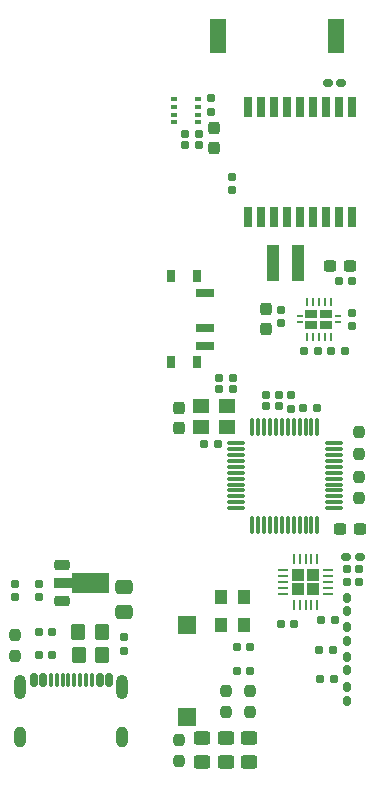
<source format=gbr>
%TF.GenerationSoftware,KiCad,Pcbnew,8.0.1*%
%TF.CreationDate,2024-07-18T12:12:42-04:00*%
%TF.ProjectId,Tiny4FSK,54696e79-3446-4534-9b2e-6b696361645f,rev?*%
%TF.SameCoordinates,Original*%
%TF.FileFunction,Paste,Top*%
%TF.FilePolarity,Positive*%
%FSLAX46Y46*%
G04 Gerber Fmt 4.6, Leading zero omitted, Abs format (unit mm)*
G04 Created by KiCad (PCBNEW 8.0.1) date 2024-07-18 12:12:42*
%MOMM*%
%LPD*%
G01*
G04 APERTURE LIST*
G04 Aperture macros list*
%AMRoundRect*
0 Rectangle with rounded corners*
0 $1 Rounding radius*
0 $2 $3 $4 $5 $6 $7 $8 $9 X,Y pos of 4 corners*
0 Add a 4 corners polygon primitive as box body*
4,1,4,$2,$3,$4,$5,$6,$7,$8,$9,$2,$3,0*
0 Add four circle primitives for the rounded corners*
1,1,$1+$1,$2,$3*
1,1,$1+$1,$4,$5*
1,1,$1+$1,$6,$7*
1,1,$1+$1,$8,$9*
0 Add four rect primitives between the rounded corners*
20,1,$1+$1,$2,$3,$4,$5,0*
20,1,$1+$1,$4,$5,$6,$7,0*
20,1,$1+$1,$6,$7,$8,$9,0*
20,1,$1+$1,$8,$9,$2,$3,0*%
%AMFreePoly0*
4,1,9,3.862500,-0.866500,0.737500,-0.866500,0.737500,-0.450000,-0.737500,-0.450000,-0.737500,0.450000,0.737500,0.450000,0.737500,0.866500,3.862500,0.866500,3.862500,-0.866500,3.862500,-0.866500,$1*%
G04 Aperture macros list end*
%ADD10RoundRect,0.150000X-0.150000X-0.425000X0.150000X-0.425000X0.150000X0.425000X-0.150000X0.425000X0*%
%ADD11RoundRect,0.075000X-0.075000X-0.500000X0.075000X-0.500000X0.075000X0.500000X-0.075000X0.500000X0*%
%ADD12O,1.000000X2.100000*%
%ADD13O,1.000000X1.800000*%
%ADD14RoundRect,0.075000X-0.075000X-0.662500X0.075000X-0.662500X0.075000X0.662500X-0.075000X0.662500X0*%
%ADD15RoundRect,0.075000X-0.662500X-0.075000X0.662500X-0.075000X0.662500X0.075000X-0.662500X0.075000X0*%
%ADD16R,1.400000X3.000000*%
%ADD17R,0.800000X1.800000*%
%ADD18FreePoly0,0.000000*%
%ADD19RoundRect,0.225000X-0.425000X-0.225000X0.425000X-0.225000X0.425000X0.225000X-0.425000X0.225000X0*%
%ADD20RoundRect,0.160000X0.160000X-0.197500X0.160000X0.197500X-0.160000X0.197500X-0.160000X-0.197500X0*%
%ADD21RoundRect,0.155000X0.155000X-0.212500X0.155000X0.212500X-0.155000X0.212500X-0.155000X-0.212500X0*%
%ADD22RoundRect,0.155000X-0.212500X-0.155000X0.212500X-0.155000X0.212500X0.155000X-0.212500X0.155000X0*%
%ADD23RoundRect,0.155000X0.212500X0.155000X-0.212500X0.155000X-0.212500X-0.155000X0.212500X-0.155000X0*%
%ADD24RoundRect,0.250000X0.350000X0.450000X-0.350000X0.450000X-0.350000X-0.450000X0.350000X-0.450000X0*%
%ADD25RoundRect,0.237500X0.237500X-0.250000X0.237500X0.250000X-0.237500X0.250000X-0.237500X-0.250000X0*%
%ADD26RoundRect,0.250000X-0.475000X0.337500X-0.475000X-0.337500X0.475000X-0.337500X0.475000X0.337500X0*%
%ADD27RoundRect,0.160000X-0.160000X0.222500X-0.160000X-0.222500X0.160000X-0.222500X0.160000X0.222500X0*%
%ADD28R,1.400000X1.200000*%
%ADD29RoundRect,0.160000X-0.197500X-0.160000X0.197500X-0.160000X0.197500X0.160000X-0.197500X0.160000X0*%
%ADD30RoundRect,0.237500X-0.237500X0.300000X-0.237500X-0.300000X0.237500X-0.300000X0.237500X0.300000X0*%
%ADD31RoundRect,0.160000X-0.222500X-0.160000X0.222500X-0.160000X0.222500X0.160000X-0.222500X0.160000X0*%
%ADD32RoundRect,0.160000X0.197500X0.160000X-0.197500X0.160000X-0.197500X-0.160000X0.197500X-0.160000X0*%
%ADD33RoundRect,0.237500X0.300000X0.237500X-0.300000X0.237500X-0.300000X-0.237500X0.300000X-0.237500X0*%
%ADD34RoundRect,0.155000X-0.155000X0.212500X-0.155000X-0.212500X0.155000X-0.212500X0.155000X0.212500X0*%
%ADD35RoundRect,0.062500X0.062500X0.350000X-0.062500X0.350000X-0.062500X-0.350000X0.062500X-0.350000X0*%
%ADD36RoundRect,0.062500X0.350000X0.062500X-0.350000X0.062500X-0.350000X-0.062500X0.350000X-0.062500X0*%
%ADD37RoundRect,0.249999X0.290001X0.290001X-0.290001X0.290001X-0.290001X-0.290001X0.290001X-0.290001X0*%
%ADD38RoundRect,0.237500X-0.237500X0.250000X-0.237500X-0.250000X0.237500X-0.250000X0.237500X0.250000X0*%
%ADD39RoundRect,0.250000X-0.450000X0.325000X-0.450000X-0.325000X0.450000X-0.325000X0.450000X0.325000X0*%
%ADD40RoundRect,0.160000X-0.160000X0.197500X-0.160000X-0.197500X0.160000X-0.197500X0.160000X0.197500X0*%
%ADD41R,0.230000X0.230000*%
%ADD42O,0.230000X0.800000*%
%ADD43R,1.050000X0.680000*%
%ADD44R,0.500000X0.260000*%
%ADD45RoundRect,0.237500X0.237500X-0.300000X0.237500X0.300000X-0.237500X0.300000X-0.237500X-0.300000X0*%
%ADD46RoundRect,0.160000X0.222500X0.160000X-0.222500X0.160000X-0.222500X-0.160000X0.222500X-0.160000X0*%
%ADD47R,0.500000X0.350000*%
%ADD48RoundRect,0.237500X-0.300000X-0.237500X0.300000X-0.237500X0.300000X0.237500X-0.300000X0.237500X0*%
%ADD49R,1.140000X3.050000*%
%ADD50R,1.100000X1.300000*%
%ADD51R,1.500000X0.700000*%
%ADD52R,0.800000X1.000000*%
%ADD53R,1.500000X1.500000*%
G04 APERTURE END LIST*
D10*
%TO.C,J7*%
X129476776Y-100330139D03*
X130276776Y-100330139D03*
D11*
X131426776Y-100330139D03*
X132426776Y-100330139D03*
X132926776Y-100330139D03*
X133926776Y-100330139D03*
D10*
X135076776Y-100330139D03*
X135876776Y-100330139D03*
X135876776Y-100330139D03*
X135076776Y-100330139D03*
D11*
X134426776Y-100330139D03*
X133426776Y-100330139D03*
X131926776Y-100330139D03*
X130926776Y-100330139D03*
D10*
X130276776Y-100330139D03*
X129476776Y-100330139D03*
D12*
X128356776Y-100905139D03*
D13*
X128356776Y-105085139D03*
D12*
X136996776Y-100905139D03*
D13*
X136996776Y-105085139D03*
%TD*%
D14*
%TO.C,U5*%
X148000000Y-78837500D03*
X148500000Y-78837500D03*
X149000000Y-78837500D03*
X149500000Y-78837500D03*
X150000000Y-78837500D03*
X150500000Y-78837500D03*
X151000000Y-78837500D03*
X151500000Y-78837500D03*
X152000000Y-78837500D03*
X152500000Y-78837500D03*
X153000000Y-78837500D03*
X153500000Y-78837500D03*
D15*
X154912500Y-80250000D03*
X154912500Y-80750000D03*
X154912500Y-81250000D03*
X154912500Y-81750000D03*
X154912500Y-82250000D03*
X154912500Y-82750000D03*
X154912500Y-83250000D03*
X154912500Y-83750000D03*
X154912500Y-84250000D03*
X154912500Y-84750000D03*
X154912500Y-85250000D03*
X154912500Y-85750000D03*
D14*
X153500000Y-87162500D03*
X153000000Y-87162500D03*
X152500000Y-87162500D03*
X152000000Y-87162500D03*
X151500000Y-87162500D03*
X151000000Y-87162500D03*
X150500000Y-87162500D03*
X150000000Y-87162500D03*
X149500000Y-87162500D03*
X149000000Y-87162500D03*
X148500000Y-87162500D03*
X148000000Y-87162500D03*
D15*
X146587500Y-85750000D03*
X146587500Y-85250000D03*
X146587500Y-84750000D03*
X146587500Y-84250000D03*
X146587500Y-83750000D03*
X146587500Y-83250000D03*
X146587500Y-82750000D03*
X146587500Y-82250000D03*
X146587500Y-81750000D03*
X146587500Y-81250000D03*
X146587500Y-80750000D03*
X146587500Y-80250000D03*
%TD*%
D16*
%TO.C,AE1*%
X145069438Y-45811339D03*
X155069438Y-45811339D03*
%TD*%
D17*
%TO.C,U2*%
X147602759Y-51806296D03*
X148702759Y-51806296D03*
X149802759Y-51806296D03*
X150902759Y-51806296D03*
X152002759Y-51806296D03*
X153102759Y-51806296D03*
X154202759Y-51806296D03*
X155302759Y-51806296D03*
X156402759Y-51806296D03*
X156402759Y-61121296D03*
X155302759Y-61121296D03*
X154202759Y-61121296D03*
X153102759Y-61121296D03*
X152002759Y-61121296D03*
X150902759Y-61121296D03*
X149802759Y-61121296D03*
X148702759Y-61121296D03*
X147602759Y-61121296D03*
%TD*%
D18*
%TO.C,U7*%
X131972500Y-92090000D03*
D19*
X131885000Y-93590000D03*
X131885000Y-90590000D03*
%TD*%
D20*
%TO.C,R11*%
X137111918Y-97863080D03*
X137111918Y-96668080D03*
%TD*%
D21*
%TO.C,C18*%
X129931512Y-93270813D03*
X129931512Y-92135813D03*
%TD*%
D22*
%TO.C,C22*%
X129914767Y-96192151D03*
X131049767Y-96192151D03*
%TD*%
D21*
%TO.C,C17*%
X127920231Y-93264638D03*
X127920231Y-92129638D03*
%TD*%
D23*
%TO.C,C25*%
X131064592Y-98186046D03*
X129929592Y-98186046D03*
%TD*%
D24*
%TO.C,R10*%
X133272329Y-96217676D03*
X135272329Y-96217676D03*
%TD*%
%TO.C,R12*%
X133285858Y-98167619D03*
X135285858Y-98167619D03*
%TD*%
D25*
%TO.C,FB1*%
X127865000Y-96452500D03*
X127865000Y-98277500D03*
%TD*%
D26*
%TO.C,C19*%
X137131627Y-94530116D03*
X137131627Y-92455116D03*
%TD*%
D27*
%TO.C,L5*%
X156000000Y-95826250D03*
X156000000Y-96971250D03*
%TD*%
D23*
%TO.C,C11*%
X150249421Y-77094782D03*
X149114421Y-77094782D03*
%TD*%
D28*
%TO.C,U4*%
X145850000Y-77125000D03*
X143650000Y-77125000D03*
X143650000Y-78875000D03*
X145850000Y-78875000D03*
%TD*%
D29*
%TO.C,R5*%
X145146049Y-74699191D03*
X146341049Y-74699191D03*
%TD*%
D21*
%TO.C,C16*%
X157020822Y-92035999D03*
X157020822Y-90900999D03*
%TD*%
%TO.C,C3*%
X146250000Y-58817500D03*
X146250000Y-57682500D03*
%TD*%
D23*
%TO.C,C20*%
X154955655Y-95216644D03*
X153820655Y-95216644D03*
%TD*%
D30*
%TO.C,C7*%
X149145000Y-68892500D03*
X149145000Y-70617500D03*
%TD*%
D27*
%TO.C,L7*%
X156000000Y-100898750D03*
X156000000Y-102043750D03*
%TD*%
D31*
%TO.C,L1*%
X155511485Y-49712967D03*
X154366485Y-49712967D03*
%TD*%
D32*
%TO.C,R2*%
X143469572Y-54041843D03*
X142274572Y-54041843D03*
%TD*%
D33*
%TO.C,C14*%
X157112500Y-87500000D03*
X155387500Y-87500000D03*
%TD*%
D34*
%TO.C,C6*%
X150395000Y-68937500D03*
X150395000Y-70072500D03*
%TD*%
D35*
%TO.C,U6*%
X153500000Y-93937500D03*
X153000000Y-93937500D03*
X152500000Y-93937500D03*
X152000000Y-93937500D03*
X151500000Y-93937500D03*
D36*
X150562500Y-93000000D03*
X150562500Y-92500000D03*
X150562500Y-92000000D03*
X150562500Y-91500000D03*
X150562500Y-91000000D03*
D35*
X151500000Y-90062500D03*
X152000000Y-90062500D03*
X152500000Y-90062500D03*
X153000000Y-90062500D03*
X153500000Y-90062500D03*
D36*
X154437500Y-91000000D03*
X154437500Y-91500000D03*
X154437500Y-92000000D03*
X154437500Y-92500000D03*
X154437500Y-93000000D03*
D37*
X151875000Y-91375000D03*
X151875000Y-92625000D03*
X153125000Y-91375000D03*
X153125000Y-92625000D03*
%TD*%
D23*
%TO.C,C2*%
X143462061Y-55018579D03*
X142327061Y-55018579D03*
%TD*%
D38*
%TO.C,R9*%
X157000000Y-83087500D03*
X157000000Y-84912500D03*
%TD*%
D29*
%TO.C,R3*%
X152376835Y-72431865D03*
X153571835Y-72431865D03*
%TD*%
D22*
%TO.C,C21*%
X150425508Y-95564505D03*
X151560508Y-95564505D03*
%TD*%
D39*
%TO.C,D1*%
X143750000Y-105225000D03*
X143750000Y-107275000D03*
%TD*%
D40*
%TO.C,R1*%
X144509334Y-50991849D03*
X144509334Y-52186849D03*
%TD*%
D39*
%TO.C,D3*%
X147750000Y-105225000D03*
X147750000Y-107275000D03*
%TD*%
D41*
%TO.C,U3*%
X154635000Y-67995000D03*
D42*
X154635000Y-68280000D03*
D41*
X154135000Y-67995000D03*
D42*
X154135000Y-68280000D03*
D41*
X153635000Y-67995000D03*
D42*
X153635000Y-68280000D03*
D41*
X153135000Y-67995000D03*
D42*
X153135000Y-68280000D03*
D41*
X152635000Y-67995000D03*
D42*
X152635000Y-68280000D03*
X152635000Y-71230000D03*
D41*
X152635000Y-71515000D03*
D42*
X153135000Y-71230000D03*
D41*
X153135000Y-71515000D03*
D42*
X153635000Y-71230000D03*
D41*
X153635000Y-71515000D03*
D42*
X154135000Y-71230000D03*
D41*
X154135000Y-71515000D03*
D42*
X154635000Y-71230000D03*
D41*
X154635000Y-71515000D03*
D43*
X154270000Y-69305000D03*
X153000000Y-69305000D03*
D44*
X155265000Y-69505000D03*
X152005000Y-69505000D03*
X155265000Y-70005000D03*
X152005000Y-70005000D03*
D43*
X154270000Y-70205000D03*
X153000000Y-70205000D03*
%TD*%
D25*
%TO.C,R8*%
X157000000Y-81162500D03*
X157000000Y-79337500D03*
%TD*%
D45*
%TO.C,C12*%
X141798491Y-79001099D03*
X141798491Y-77276099D03*
%TD*%
D46*
%TO.C,L3*%
X157089522Y-89867029D03*
X155944522Y-89867029D03*
%TD*%
D25*
%TO.C,R13*%
X145759462Y-101192515D03*
X145759462Y-103017515D03*
%TD*%
D23*
%TO.C,C23*%
X147817500Y-97500000D03*
X146682500Y-97500000D03*
%TD*%
D38*
%TO.C,R15*%
X141750000Y-105337500D03*
X141750000Y-107162500D03*
%TD*%
D45*
%TO.C,C1*%
X144767423Y-55252003D03*
X144767423Y-53527003D03*
%TD*%
D22*
%TO.C,C26*%
X146682500Y-99500000D03*
X147817500Y-99500000D03*
%TD*%
D47*
%TO.C,U1*%
X141385220Y-53079470D03*
X141385220Y-52429470D03*
X141385220Y-51779470D03*
X141385220Y-51129470D03*
X143435220Y-51129470D03*
X143435220Y-51779470D03*
X143435220Y-52429470D03*
X143435220Y-53079470D03*
%TD*%
D39*
%TO.C,D2*%
X145750000Y-105225000D03*
X145750000Y-107275000D03*
%TD*%
D48*
%TO.C,C4*%
X154532500Y-65255000D03*
X156257500Y-65255000D03*
%TD*%
D23*
%TO.C,C24*%
X154817500Y-97721250D03*
X153682500Y-97721250D03*
%TD*%
D49*
%TO.C,L2*%
X151895000Y-65005000D03*
X149735000Y-65005000D03*
%TD*%
D34*
%TO.C,C10*%
X151250000Y-76182500D03*
X151250000Y-77317500D03*
%TD*%
D27*
%TO.C,L6*%
X156000000Y-98326250D03*
X156000000Y-99471250D03*
%TD*%
D23*
%TO.C,C13*%
X145049522Y-80286216D03*
X143914522Y-80286216D03*
%TD*%
D50*
%TO.C,U8*%
X145375696Y-93296174D03*
X145375696Y-95596174D03*
X147275696Y-95596174D03*
X147275696Y-93296174D03*
%TD*%
D32*
%TO.C,R6*%
X146342157Y-75654572D03*
X145147157Y-75654572D03*
%TD*%
D29*
%TO.C,R7*%
X152277171Y-77296768D03*
X153472171Y-77296768D03*
%TD*%
D34*
%TO.C,C8*%
X156395000Y-69187500D03*
X156395000Y-70322500D03*
%TD*%
D25*
%TO.C,R14*%
X147759462Y-101192515D03*
X147759462Y-103017515D03*
%TD*%
D51*
%TO.C,SW1*%
X143949224Y-72000085D03*
X143949224Y-70500085D03*
X143949224Y-67500085D03*
D52*
X141089224Y-73400085D03*
X143299224Y-73400085D03*
X141089224Y-66100085D03*
X143299224Y-66100085D03*
%TD*%
D22*
%TO.C,C9*%
X149114421Y-76133145D03*
X150249421Y-76133145D03*
%TD*%
%TO.C,C5*%
X155327500Y-66505000D03*
X156462500Y-66505000D03*
%TD*%
D29*
%TO.C,R4*%
X154637648Y-72439291D03*
X155832648Y-72439291D03*
%TD*%
D53*
%TO.C,SW2*%
X142500000Y-103400000D03*
X142500000Y-95600000D03*
%TD*%
D27*
%TO.C,L4*%
X156000000Y-93326250D03*
X156000000Y-94471250D03*
%TD*%
D23*
%TO.C,C27*%
X154880910Y-100235963D03*
X153745910Y-100235963D03*
%TD*%
D34*
%TO.C,C15*%
X156000000Y-90903750D03*
X156000000Y-92038750D03*
%TD*%
M02*

</source>
